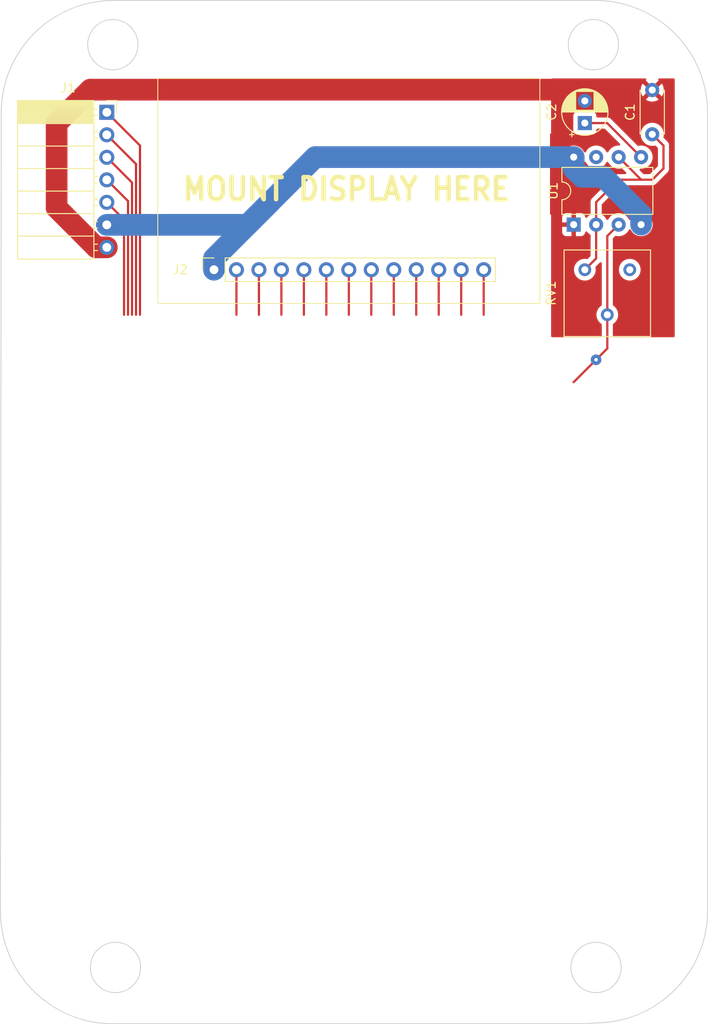
<source format=kicad_pcb>
(kicad_pcb (version 20221018) (generator pcbnew)
  (layers (0 "F.Cu" signal) (31 "B.Cu" signal) (34 "B.Paste" user) (35 "F.Paste" user) (36 "B.SilkS" user "B.Silkscreen") (37 "F.SilkS" user "F.Silkscreen") (38 "B.Mask" user) (39 "F.Mask" user) (44 "Edge.Cuts" user))
  (net 0 "")
  (net 1 "Net-(U1-THR)")
  (net 2 "GND")
  (net 3 "Net-(U1-CV)")
  (net 4 "DATA1")
  (net 5 "DATA2")
  (net 6 "DATA3")
  (net 7 "DATA4")
  (net 8 "CLOCK")
  (net 9 "+5V")
  (net 10 "D1")
  (net 11 "D2")
  (net 12 "D3")
  (net 13 "D4")
  (net 14 "A")
  (net 15 "B")
  (net 16 "C")
  (net 17 "D")
  (net 18 "E")
  (net 19 "F")
  (net 20 "G")
  (net 21 "H")
  (net 22 "CLK_INT")
  (footprint "Capacitor_THT:C_Disc_D4.7mm_W2.5mm_P5.00mm" (layer "F.Cu") (at 123.19 45.68 90)
    (fp_text reference "C1" (at 2.5 -2.5 90) (layer "F.SilkS"))
    (fp_text value "10n")
    (fp_line (start 0.03 -1.37) (end 0.03 -1.055) (stroke (width 0.12)) (layer "F.SilkS"))
    (fp_line (start 0.03 -1.37) (end 4.97 -1.37) (stroke (width 0.12)) (layer "F.SilkS"))
    (fp_line (start 0.03 1.055) (end 0.03 1.37) (stroke (width 0.12)) (layer "F.SilkS"))
    (fp_line (start 0.03 1.37) (end 4.97 1.37) (stroke (width 0.12)) (layer "F.SilkS"))
    (fp_line (start 4.97 -1.37) (end 4.97 -1.055) (stroke (width 0.12)) (layer "F.SilkS"))
    (fp_line (start 4.97 1.055) (end 4.97 1.37) (stroke (width 0.12)) (layer "F.SilkS"))
    (pad "1" thru_hole circle (at 0 0 90) (size 1.6 1.6) (drill 0.8) (layers "*.Cu" "*.Mask") (net 1 "Net-(U1-THR)"))
    (pad "2" thru_hole circle (at 5 0 90) (size 1.6 1.6) (drill 0.8) (layers "*.Cu" "*.Mask") (net 2 "GND"))
  )
  (footprint "Connector_PinSocket_2.54mm:PinSocket_1x13_P2.54mm_Vertical" (layer "F.Cu") (at 73.66 60.96 90)
    (fp_text reference "J2" (at 0 -3.81 180) (layer "F.SilkS"))
    (fp_text value "Conn_01x13_Socket" hide)
    (fp_line (start -1.33 1.27) (end -1.33 31.81) (stroke (width 0.12)) (layer "F.SilkS"))
    (fp_line (start -1.33 1.27) (end 1.33 1.27) (stroke (width 0.12)) (layer "F.SilkS"))
    (fp_line (start -1.33 31.81) (end 1.33 31.81) (stroke (width 0.12)) (layer "F.SilkS"))
    (fp_line (start 0 -1.33) (end 1.33 -1.33) (stroke (width 0.12)) (layer "F.SilkS"))
    (fp_line (start 1.33 -1.33) (end 1.33 0) (stroke (width 0.12)) (layer "F.SilkS"))
    (fp_line (start 1.33 1.27) (end 1.33 31.81) (stroke (width 0.12)) (layer "F.SilkS"))
    (pad "1" thru_hole rect (at 0 0 90) (size 1.7 1.7) (drill 1) (layers "*.Cu" "*.Mask") (net 9 "+5V"))
    (pad "2" thru_hole oval (at 0 2.54 90) (size 1.7 1.7) (drill 1) (layers "*.Cu" "*.Mask") (net 10 "D1"))
    (pad "3" thru_hole oval (at 0 5.08 90) (size 1.7 1.7) (drill 1) (layers "*.Cu" "*.Mask") (net 11 "D2"))
    (pad "4" thru_hole oval (at 0 7.62 90) (size 1.7 1.7) (drill 1) (layers "*.Cu" "*.Mask") (net 12 "D3"))
    (pad "5" thru_hole oval (at 0 10.16 90) (size 1.7 1.7) (drill 1) (layers "*.Cu" "*.Mask") (net 13 "D4"))
    (pad "6" thru_hole oval (at 0 12.7 90) (size 1.7 1.7) (drill 1) (layers "*.Cu" "*.Mask") (net 14 "A"))
    (pad "7" thru_hole oval (at 0 15.24 90) (size 1.7 1.7) (drill 1) (layers "*.Cu" "*.Mask") (net 15 "B"))
    (pad "8" thru_hole oval (at 0 17.78 90) (size 1.7 1.7) (drill 1) (layers "*.Cu" "*.Mask") (net 16 "C"))
    (pad "9" thru_hole oval (at 0 20.32 90) (size 1.7 1.7) (drill 1) (layers "*.Cu" "*.Mask") (net 17 "D"))
    (pad "10" thru_hole oval (at 0 22.86 90) (size 1.7 1.7) (drill 1) (layers "*.Cu" "*.Mask") (net 18 "E"))
    (pad "11" thru_hole oval (at 0 25.4 90) (size 1.7 1.7) (drill 1) (layers "*.Cu" "*.Mask") (net 19 "F"))
    (pad "12" thru_hole oval (at 0 27.94 90) (size 1.7 1.7) (drill 1) (layers "*.Cu" "*.Mask") (net 20 "G"))
    (pad "13" thru_hole oval (at 0 30.48 90) (size 1.7 1.7) (drill 1) (layers "*.Cu" "*.Mask") (net 21 "H"))
  )
  (footprint "Package_DIP:DIP-8_W7.62mm" (layer "F.Cu") (at 114.31 55.87 90)
    (fp_text reference "U1" (at 3.81 -2.33 90) (layer "F.SilkS"))
    (fp_text value "NE555P")
    (fp_line (start 1.16 -1.33) (end 1.16 8.95) (stroke (width 0.12)) (layer "F.SilkS"))
    (fp_line (start 1.16 8.95) (end 6.46 8.95) (stroke (width 0.12)) (layer "F.SilkS"))
    (fp_line (start 2.81 -1.33) (end 1.16 -1.33) (stroke (width 0.12)) (layer "F.SilkS"))
    (fp_line (start 6.46 -1.33) (end 4.81 -1.33) (stroke (width 0.12)) (layer "F.SilkS"))
    (fp_line (start 6.46 8.95) (end 6.46 -1.33) (stroke (width 0.12)) (layer "F.SilkS"))
    (fp_arc (start 4.81 -1.33) (mid 3.81 -0.33) (end 2.81 -1.33) (stroke (width 0.12)) (layer "F.SilkS"))
    (pad "1" thru_hole rect (at 0 0 90) (size 1.6 1.6) (drill 0.8) (layers "*.Cu" "*.Mask") (net 2 "GND"))
    (pad "2" thru_hole oval (at 0 2.54 90) (size 1.6 1.6) (drill 0.8) (layers "*.Cu" "*.Mask") (net 1 "Net-(U1-THR)"))
    (pad "3" thru_hole oval (at 0 5.08 90) (size 1.6 1.6) (drill 0.8) (layers "*.Cu" "*.Mask") (net 22 "CLK_INT"))
    (pad "4" thru_hole oval (at 0 7.62 90) (size 1.6 1.6) (drill 0.8) (layers "*.Cu" "*.Mask") (net 9 "+5V"))
    (pad "5" thru_hole oval (at 7.62 7.62 90) (size 1.6 1.6) (drill 0.8) (layers "*.Cu" "*.Mask") (net 3 "Net-(U1-CV)"))
    (pad "6" thru_hole oval (at 7.62 5.08 90) (size 1.6 1.6) (drill 0.8) (layers "*.Cu" "*.Mask") (net 1 "Net-(U1-THR)"))
    (pad "7" thru_hole oval (at 7.62 2.54 90) (size 1.6 1.6) (drill 0.8) (layers "*.Cu" "*.Mask"))
    (pad "8" thru_hole oval (at 7.62 0 90) (size 1.6 1.6) (drill 0.8) (layers "*.Cu" "*.Mask") (net 9 "+5V"))
  )
  (footprint "Potentiometer_THT:Potentiometer_Bourns_3386F_Vertical" (layer "F.Cu") (at 115.57 60.96 -90)
    (fp_text reference "RV1" (at 2.655 3.81 90) (layer "F.SilkS"))
    (fp_text value "100k")
    (fp_line (start -2.23 -7.425) (end -2.23 2.345) (stroke (width 0.12)) (layer "F.SilkS"))
    (fp_line (start -2.23 -7.425) (end 7.54 -7.425) (stroke (width 0.12)) (layer "F.SilkS"))
    (fp_line (start -2.23 2.345) (end 7.54 2.345) (stroke (width 0.12)) (layer "F.SilkS"))
    (fp_line (start 7.54 -7.425) (end 7.54 2.345) (stroke (width 0.12)) (layer "F.SilkS"))
    (pad "1" thru_hole circle (at 0 0 270) (size 1.44 1.44) (drill 0.8) (layers "*.Cu" "*.Mask") (net 1 "Net-(U1-THR)"))
    (pad "2" thru_hole circle (at 5.08 -2.54 270) (size 1.44 1.44) (drill 0.8) (layers "*.Cu" "*.Mask") (net 22 "CLK_INT"))
    (pad "3" thru_hole circle (at 0 -5.08 270) (size 1.44 1.44) (drill 0.8) (layers "*.Cu" "*.Mask"))
  )
  (footprint "Connector_PinSocket_2.54mm:PinSocket_1x07_P2.54mm_Horizontal" (layer "F.Cu") (at 61.55 43.195)
    (fp_text reference "J1" (at -4.38 -2.77) (layer "F.SilkS"))
    (fp_text value "Conn_01x07_Socket" hide)
    (fp_line (start -10.09 -1.33) (end -10.09 16.57) (stroke (width 0.12)) (layer "F.SilkS"))
    (fp_line (start -10.09 -1.33) (end -1.46 -1.33) (stroke (width 0.12)) (layer "F.SilkS"))
    (fp_line (start -10.09 -1.21) (end -1.46 -1.21) (stroke (width 0.12)) (layer "F.SilkS"))
    (fp_line (start -10.09 -1.091905) (end -1.46 -1.091905) (stroke (width 0.12)) (layer "F.SilkS"))
    (fp_line (start -10.09 -0.97381) (end -1.46 -0.97381) (stroke (width 0.12)) (layer "F.SilkS"))
    (fp_line (start -10.09 -0.855715) (end -1.46 -0.855715) (stroke (width 0.12)) (layer "F.SilkS"))
    (fp_line (start -10.09 -0.73762) (end -1.46 -0.73762) (stroke (width 0.12)) (layer "F.SilkS"))
    (fp_line (start -10.09 -0.619525) (end -1.46 -0.619525) (stroke (width 0.12)) (layer "F.SilkS"))
    (fp_line (start -10.09 -0.50143) (end -1.46 -0.50143) (stroke (width 0.12)) (layer "F.SilkS"))
    (fp_line (start -10.09 -0.383335) (end -1.46 -0.383335) (stroke (width 0.12)) (layer "F.SilkS"))
    (fp_line (start -10.09 -0.26524) (end -1.46 -0.26524) (stroke (width 0.12)) (layer "F.SilkS"))
    (fp_line (start -10.09 -0.147145) (end -1.46 -0.147145) (stroke (width 0.12)) (layer "F.SilkS"))
    (fp_line (start -10.09 -0.02905) (end -1.46 -0.02905) (stroke (width 0.12)) (layer "F.SilkS"))
    (fp_line (start -10.09 0.089045) (end -1.46 0.089045) (stroke (width 0.12)) (layer "F.SilkS"))
    (fp_line (start -10.09 0.20714) (end -1.46 0.20714) (stroke (width 0.12)) (layer "F.SilkS"))
    (fp_line (start -10.09 0.325235) (end -1.46 0.325235) (stroke (width 0.12)) (layer "F.SilkS"))
    (fp_line (start -10.09 0.44333) (end -1.46 0.44333) (stroke (width 0.12)) (layer "F.SilkS"))
    (fp_line (start -10.09 0.561425) (end -1.46 0.561425) (stroke (width 0.12)) (layer "F.SilkS"))
    (fp_line (start -10.09 0.67952) (end -1.46 0.67952) (stroke (width 0.12)) (layer "F.SilkS"))
    (fp_line (start -10.09 0.797615) (end -1.46 0.797615) (stroke (width 0.12)) (layer "F.SilkS"))
    (fp_line (start -10.09 0.91571) (end -1.46 0.91571) (stroke (width 0.12)) (layer "F.SilkS"))
    (fp_line (start -10.09 1.033805) (end -1.46 1.033805) (stroke (width 0.12)) (layer "F.SilkS"))
    (fp_line (start -10.09 1.1519) (end -1.46 1.1519) (stroke (width 0.12)) (layer "F.SilkS"))
    (fp_line (start -10.09 1.27) (end -1.46 1.27) (stroke (width 0.12)) (layer "F.SilkS"))
    (fp_line (start -10.09 3.81) (end -1.46 3.81) (stroke (width 0.12)) (layer "F.SilkS"))
    (fp_line (start -10.09 6.35) (end -1.46 6.35) (stroke (width 0.12)) (layer "F.SilkS"))
    (fp_line (start -10.09 8.89) (end -1.46 8.89) (stroke (width 0.12)) (layer "F.SilkS"))
    (fp_line (start -10.09 11.43) (end -1.46 11.43) (stroke (width 0.12)) (layer "F.SilkS"))
    (fp_line (start -10.09 13.97) (end -1.46 13.97) (stroke (width 0.12)) (layer "F.SilkS"))
    (fp_line (start -10.09 16.57) (end -1.46 16.57) (stroke (width 0.12)) (layer "F.SilkS"))
    (fp_line (start -1.46 -1.33) (end -1.46 16.57) (stroke (width 0.12)) (layer "F.SilkS"))
    (fp_line (start -1.46 -0.36) (end -1.11 -0.36) (stroke (width 0.12)) (layer "F.SilkS"))
    (fp_line (start -1.46 0.36) (end -1.11 0.36) (stroke (width 0.12)) (layer "F.SilkS"))
    (fp_line (start -1.46 2.18) (end -1.05 2.18) (stroke (width 0.12)) (layer "F.SilkS"))
    (fp_line (start -1.46 2.9) (end -1.05 2.9) (stroke (width 0.12)) (layer "F.SilkS"))
    (fp_line (start -1.46 4.72) (end -1.05 4.72) (stroke (width 0.12)) (layer "F.SilkS"))
    (fp_line (start -1.46 5.44) (end -1.05 5.44) (stroke (width 0.12)) (layer "F.SilkS"))
    (fp_line (start -1.46 7.26) (end -1.05 7.26) (stroke (width 0.12)) (layer "F.SilkS"))
    (fp_line (start -1.46 7.98) (end -1.05 7.98) (stroke (width 0.12)) (layer "F.SilkS"))
    (fp_line (start -1.46 9.8) (end -1.05 9.8) (stroke (width 0.12)) (layer "F.SilkS"))
    (fp_line (start -1.46 10.52) (end -1.05 10.52) (stroke (width 0.12)) (layer "F.SilkS"))
    (fp_line (start -1.46 12.34) (end -1.05 12.34) (stroke (width 0.12)) (layer "F.SilkS"))
    (fp_line (start -1.46 13.06) (end -1.05 13.06) (stroke (width 0.12)) (layer "F.SilkS"))
    (fp_line (start -1.46 14.88) (end -1.05 14.88) (stroke (width 0.12)) (layer "F.SilkS"))
    (fp_line (start -1.46 15.6) (end -1.05 15.6) (stroke (width 0.12)) (layer "F.SilkS"))
    (fp_line (start 0 -1.33) (end 1.11 -1.33) (stroke (width 0.12)) (layer "F.SilkS"))
    (fp_line (start 1.11 -1.33) (end 1.11 0) (stroke (width 0.12)) (layer "F.SilkS"))
    (pad "1" thru_hole rect (at 0 0) (size 1.7 1.7) (drill 1) (layers "*.Cu" "*.Mask") (net 4 "DATA1"))
    (pad "2" thru_hole oval (at 0 2.54) (size 1.7 1.7) (drill 1) (layers "*.Cu" "*.Mask") (net 5 "DATA2"))
    (pad "3" thru_hole oval (at 0 5.08) (size 1.7 1.7) (drill 1) (layers "*.Cu" "*.Mask") (net 6 "DATA3"))
    (pad "4" thru_hole oval (at 0 7.62) (size 1.7 1.7) (drill 1) (layers "*.Cu" "*.Mask") (net 7 "DATA4"))
    (pad "5" thru_hole oval (at 0 10.16) (size 1.7 1.7) (drill 1) (layers "*.Cu" "*.Mask") (net 8 "CLOCK"))
    (pad "6" thru_hole oval (at 0 12.7) (size 1.7 1.7) (drill 1) (layers "*.Cu" "*.Mask") (net 9 "+5V"))
    (pad "7" thru_hole oval (at 0 15.24) (size 1.7 1.7) (drill 1) (layers "*.Cu" "*.Mask") (net 2 "GND"))
  )
  (footprint "Capacitor_THT:CP_Radial_D5.0mm_P2.50mm" (layer "F.Cu") (at 115.57 44.41 90)
    (fp_text reference "C2" (at 1.25 -3.75 90) (layer "F.SilkS"))
    (fp_text value "1u")
    (fp_line (start -1.554775 -1.475) (end -1.054775 -1.475) (stroke (width 0.12)) (layer "F.SilkS"))
    (fp_line (start -1.304775 -1.725) (end -1.304775 -1.225) (stroke (width 0.12)) (layer "F.SilkS"))
    (fp_line (start 1.25 -2.58) (end 1.25 2.58) (stroke (width 0.12)) (layer "F.SilkS"))
    (fp_line (start 1.29 -2.58) (end 1.29 2.58) (stroke (width 0.12)) (layer "F.SilkS"))
    (fp_line (start 1.33 -2.579) (end 1.33 2.579) (stroke (width 0.12)) (layer "F.SilkS"))
    (fp_line (start 1.37 -2.578) (end 1.37 2.578) (stroke (width 0.12)) (layer "F.SilkS"))
    (fp_line (start 1.41 -2.576) (end 1.41 2.576) (stroke (width 0.12)) (layer "F.SilkS"))
    (fp_line (start 1.45 -2.573) (end 1.45 2.573) (stroke (width 0.12)) (layer "F.SilkS"))
    (fp_line (start 1.49 -2.569) (end 1.49 -1.04) (stroke (width 0.12)) (layer "F.SilkS"))
    (fp_line (start 1.49 1.04) (end 1.49 2.569) (stroke (width 0.12)) (layer "F.SilkS"))
    (fp_line (start 1.53 -2.565) (end 1.53 -1.04) (stroke (width 0.12)) (layer "F.SilkS"))
    (fp_line (start 1.53 1.04) (end 1.53 2.565) (stroke (width 0.12)) (layer "F.SilkS"))
    (fp_line (start 1.57 -2.561) (end 1.57 -1.04) (stroke (width 0.12)) (layer "F.SilkS"))
    (fp_line (start 1.57 1.04) (end 1.57 2.561) (stroke (width 0.12)) (layer "F.SilkS"))
    (fp_line (start 1.61 -2.556) (end 1.61 -1.04) (stroke (width 0.12)) (layer "F.SilkS"))
    (fp_line (start 1.61 1.04) (end 1.61 2.556) (stroke (width 0.12)) (layer "F.SilkS"))
    (fp_line (start 1.65 -2.55) (end 1.65 -1.04) (stroke (width 0.12)) (layer "F.SilkS"))
    (fp_line (start 1.65 1.04) (end 1.65 2.55) (stroke (width 0.12)) (layer "F.SilkS"))
    (fp_line (start 1.69 -2.543) (end 1.69 -1.04) (stroke (width 0.12)) (layer "F.SilkS"))
    (fp_line (start 1.69 1.04) (end 1.69 2.543) (stroke (width 0.12)) (layer "F.SilkS"))
    (fp_line (start 1.73 -2.536) (end 1.73 -1.04) (stroke (width 0.12)) (layer "F.SilkS"))
    (fp_line (start 1.73 1.04) (end 1.73 2.536) (stroke (width 0.12)) (layer "F.SilkS"))
    (fp_line (start 1.77 -2.528) (end 1.77 -1.04) (stroke (width 0.12)) (layer "F.SilkS"))
    (fp_line (start 1.77 1.04) (end 1.77 2.528) (stroke (width 0.12)) (layer "F.SilkS"))
    (fp_line (start 1.81 -2.52) (end 1.81 -1.04) (stroke (width 0.12)) (layer "F.SilkS"))
    (fp_line (start 1.81 1.04) (end 1.81 2.52) (stroke (width 0.12)) (layer "F.SilkS"))
    (fp_line (start 1.85 -2.511) (end 1.85 -1.04) (stroke (width 0.12)) (layer "F.SilkS"))
    (fp_line (start 1.85 1.04) (end 1.85 2.511) (stroke (width 0.12)) (layer "F.SilkS"))
    (fp_line (start 1.89 -2.501) (end 1.89 -1.04) (stroke (width 0.12)) (layer "F.SilkS"))
    (fp_line (start 1.89 1.04) (end 1.89 2.501) (stroke (width 0.12)) (layer "F.SilkS"))
    (fp_line (start 1.93 -2.491) (end 1.93 -1.04) (stroke (width 0.12)) (layer "F.SilkS"))
    (fp_line (start 1.93 1.04) (end 1.93 2.491) (stroke (width 0.12)) (layer "F.SilkS"))
    (fp_line (start 1.971 -2.48) (end 1.971 -1.04) (stroke (width 0.12)) (layer "F.SilkS"))
    (fp_line (start 1.971 1.04) (end 1.971 2.48) (stroke (width 0.12)) (layer "F.SilkS"))
    (fp_line (start 2.011 -2.468) (end 2.011 -1.04) (stroke (width 0.12)) (layer "F.SilkS"))
    (fp_line (start 2.011 1.04) (end 2.011 2.468) (stroke (width 0.12)) (layer "F.SilkS"))
    (fp_line (start 2.051 -2.455) (end 2.051 -1.04) (stroke (width 0.12)) (layer "F.SilkS"))
    (fp_line (start 2.051 1.04) (end 2.051 2.455) (stroke (width 0.12)) (layer "F.SilkS"))
    (fp_line (start 2.091 -2.442) (end 2.091 -1.04) (stroke (width 0.12)) (layer "F.SilkS"))
    (fp_line (start 2.091 1.04) (end 2.091 2.442) (stroke (width 0.12)) (layer "F.SilkS"))
    (fp_line (start 2.131 -2.428) (end 2.131 -1.04) (stroke (width 0.12)) (layer "F.SilkS"))
    (fp_line (start 2.131 1.04) (end 2.131 2.428) (stroke (width 0.12)) (layer "F.SilkS"))
    (fp_line (start 2.171 -2.414) (end 2.171 -1.04) (stroke (width 0.12)) (layer "F.SilkS"))
    (fp_line (start 2.171 1.04) (end 2.171 2.414) (stroke (width 0.12)) (layer "F.SilkS"))
    (fp_line (start 2.211 -2.398) (end 2.211 -1.04) (stroke (width 0.12)) (layer "F.SilkS"))
    (fp_line (start 2.211 1.04) (end 2.211 2.398) (stroke (width 0.12)) (layer "F.SilkS"))
    (fp_line (start 2.251 -2.382) (end 2.251 -1.04) (stroke (width 0.12)) (layer "F.SilkS"))
    (fp_line (start 2.251 1.04) (end 2.251 2.382) (stroke (width 0.12)) (layer "F.SilkS"))
    (fp_line (start 2.291 -2.365) (end 2.291 -1.04) (stroke (width 0.12)) (layer "F.SilkS"))
    (fp_line (start 2.291 1.04) (end 2.291 2.365) (stroke (width 0.12)) (layer "F.SilkS"))
    (fp_line (start 2.331 -2.348) (end 2.331 -1.04) (stroke (width 0.12)) (layer "F.SilkS"))
    (fp_line (start 2.331 1.04) (end 2.331 2.348) (stroke (width 0.12)) (layer "F.SilkS"))
    (fp_line (start 2.371 -2.329) (end 2.371 -1.04) (stroke (width 0.12)) (layer "F.SilkS"))
    (fp_line (start 2.371 1.04) (end 2.371 2.329) (stroke (width 0.12)) (layer "F.SilkS"))
    (fp_line (start 2.411 -2.31) (end 2.411 -1.04) (stroke (width 0.12)) (layer "F.SilkS"))
    (fp_line (start 2.411 1.04) (end 2.411 2.31) (stroke (width 0.12)) (layer "F.SilkS"))
    (fp_line (start 2.451 -2.29) (end 2.451 -1.04) (stroke (width 0.12)) (layer "F.SilkS"))
    (fp_line (start 2.451 1.04) (end 2.451 2.29) (stroke (width 0.12)) (layer "F.SilkS"))
    (fp_line (start 2.491 -2.268) (end 2.491 -1.04) (stroke (width 0.12)) (layer "F.SilkS"))
    (fp_line (start 2.491 1.04) (end 2.491 2.268) (stroke (width 0.12)) (layer "F.SilkS"))
    (fp_line (start 2.531 -2.247) (end 2.531 -1.04) (stroke (width 0.12)) (layer "F.SilkS"))
    (fp_line (start 2.531 1.04) (end 2.531 2.247) (stroke (width 0.12)) (layer "F.SilkS"))
    (fp_line (start 2.571 -2.224) (end 2.571 -1.04) (stroke (width 0.12)) (layer "F.SilkS"))
    (fp_line (start 2.571 1.04) (end 2.571 2.224) (stroke (width 0.12)) (layer "F.SilkS"))
    (fp_line (start 2.611 -2.2) (end 2.611 -1.04) (stroke (width 0.12)) (layer "F.SilkS"))
    (fp_line (start 2.611 1.04) (end 2.611 2.2) (stroke (width 0.12)) (layer "F.SilkS"))
    (fp_line (start 2.651 -2.175) (end 2.651 -1.04) (stroke (width 0.12)) (layer "F.SilkS"))
    (fp_line (start 2.651 1.04) (end 2.651 2.175) (stroke (width 0.12)) (layer "F.SilkS"))
    (fp_line (start 2.691 -2.149) (end 2.691 -1.04) (stroke (width 0.12)) (layer "F.SilkS"))
    (fp_line (start 2.691 1.04) (end 2.691 2.149) (stroke (width 0.12)) (layer "F.SilkS"))
    (fp_line (start 2.731 -2.122) (end 2.731 -1.04) (stroke (width 0.12)) (layer "F.SilkS"))
    (fp_line (start 2.731 1.04) (end 2.731 2.122) (stroke (width 0.12)) (layer "F.SilkS"))
    (fp_line (start 2.771 -2.095) (end 2.771 -1.04) (stroke (width 0.12)) (layer "F.SilkS"))
    (fp_line (start 2.771 1.04) (end 2.771 2.095) (stroke (width 0.12)) (layer "F.SilkS"))
    (fp_line (start 2.811 -2.065) (end 2.811 -1.04) (stroke (width 0.12)) (layer "F.SilkS"))
    (fp_line (start 2.811 1.04) (end 2.811 2.065) (stroke (width 0.12)) (layer "F.SilkS"))
    (fp_line (start 2.851 -2.035) (end 2.851 -1.04) (stroke (width 0.12)) (layer "F.SilkS"))
    (fp_line (start 2.851 1.04) (end 2.851 2.035) (stroke (width 0.12)) (layer "F.SilkS"))
    (fp_line (start 2.891 -2.004) (end 2.891 -1.04) (stroke (width 0.12)) (layer "F.SilkS"))
    (fp_line (start 2.891 1.04) (end 2.891 2.004) (stroke (width 0.12)) (layer "F.SilkS"))
    (fp_line (start 2.931 -1.971) (end 2.931 -1.04) (stroke (width 0.12)) (layer "F.SilkS"))
    (fp_line (start 2.931 1.04) (end 2.931 1.971) (stroke (width 0.12)) (layer "F.SilkS"))
    (fp_line (start 2.971 -1.937) (end 2.971 -1.04) (stroke (width 0.12)) (layer "F.SilkS"))
    (fp_line (start 2.971 1.04) (end 2.971 1.937) (stroke (width 0.12)) (layer "F.SilkS"))
    (fp_line (start 3.011 -1.901) (end 3.011 -1.04) (stroke (width 0.12)) (layer "F.SilkS"))
    (fp_line (start 3.011 1.04) (end 3.011 1.901) (stroke (width 0.12)) (layer "F.SilkS"))
    (fp_line (start 3.051 -1.864) (end 3.051 -1.04) (stroke (width 0.12)) (layer "F.SilkS"))
    (fp_line (start 3.051 1.04) (end 3.051 1.864) (stroke (width 0.12)) (layer "F.SilkS"))
    (fp_line (start 3.091 -1.826) (end 3.091 -1.04) (stroke (width 0.12)) (layer "F.SilkS"))
    (fp_line (start 3.091 1.04) (end 3.091 1.826) (stroke (width 0.12)) (layer "F.SilkS"))
    (fp_line (start 3.131 -1.785) (end 3.131 -1.04) (stroke (width 0.12)) (layer "F.SilkS"))
    (fp_line (start 3.131 1.04) (end 3.131 1.785) (stroke (width 0.12)) (layer "F.SilkS"))
    (fp_line (start 3.171 -1.743) (end 3.171 -1.04) (stroke (width 0.12)) (layer "F.SilkS"))
    (fp_line (start 3.171 1.04) (end 3.171 1.743) (stroke (width 0.12)) (layer "F.SilkS"))
    (fp_line (start 3.211 -1.699) (end 3.211 -1.04) (stroke (width 0.12)) (layer "F.SilkS"))
    (fp_line (start 3.211 1.04) (end 3.211 1.699) (stroke (width 0.12)) (layer "F.SilkS"))
    (fp_line (start 3.251 -1.653) (end 3.251 -1.04) (stroke (width 0.12)) (layer "F.SilkS"))
    (fp_line (start 3.251 1.04) (end 3.251 1.653) (stroke (width 0.12)) (layer "F.SilkS"))
    (fp_line (start 3.291 -1.605) (end 3.291 -1.04) (stroke (width 0.12)) (layer "F.SilkS"))
    (fp_line (start 3.291 1.04) (end 3.291 1.605) (stroke (width 0.12)) (layer "F.SilkS"))
    (fp_line (start 3.331 -1.554) (end 3.331 -1.04) (stroke (width 0.12)) (layer "F.SilkS"))
    (fp_line (start 3.331 1.04) (end 3.331 1.554) (stroke (width 0.12)) (layer "F.SilkS"))
    (fp_line (start 3.371 -1.5) (end 3.371 -1.04) (stroke (width 0.12)) (layer "F.SilkS"))
    (fp_line (start 3.371 1.04) (end 3.371 1.5) (stroke (width 0.12)) (layer "F.SilkS"))
    (fp_line (start 3.411 -1.443) (end 3.411 -1.04) (stroke (width 0.12)) (layer "F.SilkS"))
    (fp_line (start 3.411 1.04) (end 3.411 1.443) (stroke (width 0.12)) (layer "F.SilkS"))
    (fp_line (start 3.451 -1.383) (end 3.451 -1.04) (stroke (width 0.12)) (layer "F.SilkS"))
    (fp_line (start 3.451 1.04) (end 3.451 1.383) (stroke (width 0.12)) (layer "F.SilkS"))
    (fp_line (start 3.491 -1.319) (end 3.491 -1.04) (stroke (width 0.12)) (layer "F.SilkS"))
    (fp_line (start 3.491 1.04) (end 3.491 1.319) (stroke (width 0.12)) (layer "F.SilkS"))
    (fp_line (start 3.531 -1.251) (end 3.531 -1.04) (stroke (width 0.12)) (layer "F.SilkS"))
    (fp_line (start 3.531 1.04) (end 3.531 1.251) (stroke (width 0.12)) (layer "F.SilkS"))
    (fp_line (start 3.571 -1.178) (end 3.571 1.178) (stroke (width 0.12)) (layer "F.SilkS"))
    (fp_line (start 3.611 -1.098) (end 3.611 1.098) (stroke (width 0.12)) (layer "F.SilkS"))
    (fp_line (start 3.651 -1.011) (end 3.651 1.011) (stroke (width 0.12)) (layer "F.SilkS"))
    (fp_line (start 3.691 -0.915) (end 3.691 0.915) (stroke (width 0.12)) (layer "F.SilkS"))
    (fp_line (start 3.731 -0.805) (end 3.731 0.805) (stroke (width 0.12)) (layer "F.SilkS"))
    (fp_line (start 3.771 -0.677) (end 3.771 0.677) (stroke (width 0.12)) (layer "F.SilkS"))
    (fp_line (start 3.811 -0.518) (end 3.811 0.518) (stroke (width 0.12)) (layer "F.SilkS"))
    (fp_line (start 3.851 -0.284) (end 3.851 0.284) (stroke (width 0.12)) (layer "F.SilkS"))
    (fp_circle (center 1.25 0) (end 3.87 0) (stroke (width 0.12)) (fill none) (layer "F.SilkS"))
    (pad "1" thru_hole rect (at 0 0 90) (size 1.6 1.6) (drill 0.8) (layers "*.Cu" "*.Mask") (net 3 "Net-(U1-CV)"))
    (pad "2" thru_hole circle (at 2.5 0 90) (size 1.6 1.6) (drill 0.8) (layers "*.Cu" "*.Mask") (net 2 "GND"))
  )
  (gr_rect (start 67.31 39.37) (end 110.49 64.77) (stroke (width 0.1)) (fill none) (layer "F.SilkS"))
  (gr_line (start 116.749744 30.570256) (end 62.320256 30.570256) (stroke (width 0.1)) (layer "Edge.Cuts"))
  (gr_circle (center 116.84 139.7) (end 119.38 140.97) (stroke (width 0.1)) (fill none) (layer "Edge.Cuts"))
  (gr_circle (center 62.23 35.56) (end 64.77 36.83) (stroke (width 0.1)) (fill none) (layer "Edge.Cuts"))
  (gr_arc (start 116.749744 30.570256) (mid 125.73 34.29) (end 129.449744 43.270256) (stroke (width 0.1)) (layer "Edge.Cuts"))
  (gr_arc (start 62.23 146.05) (mid 53.249744 142.330256) (end 49.53 133.35) (stroke (width 0.1)) (layer "Edge.Cuts"))
  (gr_circle (center 116.540194 35.56) (end 119.080194 36.83) (stroke (width 0.1)) (fill none) (layer "Edge.Cuts"))
  (gr_line (start 49.620256 43.270256) (end 49.53 133.35) (stroke (width 0.1)) (layer "Edge.Cuts"))
  (gr_arc (start 129.449744 133.259744) (mid 125.73 142.24) (end 116.749744 145.959744) (stroke (width 0.1)) (layer "Edge.Cuts"))
  (gr_line (start 129.449744 43.270256) (end 129.449744 133.259744) (stroke (width 0.1)) (layer "Edge.Cuts"))
  (gr_circle (center 62.529806 139.7) (end 65.069806 140.97) (stroke (width 0.1)) (fill none) (layer "Edge.Cuts"))
  (gr_line (start 62.23 146.05) (end 115.57 146.05) (stroke (width 0.1)) (layer "Edge.Cuts"))
  (gr_line (start 115.57 146.05) (end 116.749744 145.959744) (stroke (width 0.1)) (layer "Edge.Cuts"))
  (gr_arc (start 49.620256 43.270256) (mid 53.34 34.29) (end 62.320256 30.570256) (stroke (width 0.1)) (layer "Edge.Cuts"))
  (gr_text "MOUNT DISPLAY HERE" (at 69.85 53.34) (layer "F.SilkS") (effects (font (size 2.5 2.25) (thickness 0.5) bold) (justify left bottom)))
  (segment (start 124.46 46.95) (end 124.46 49.53) (width 0.25) (layer "F.Cu") (net 1))
  (segment (start 116.85 59.68) (end 115.57 60.96) (width 0.25) (layer "F.Cu") (net 1))
  (segment (start 116.85 55.87) (end 116.85 59.68) (width 0.25) (layer "F.Cu") (net 1))
  (segment (start 124.46 49.53) (end 123.19 50.8) (width 0.25) (layer "F.Cu") (net 1))
  (segment (start 119.38 50.8) (end 116.85 53.33) (width 0.25) (layer "F.Cu") (net 1))
  (segment (start 123.19 50.8) (end 121.92 50.8) (width 0.25) (layer "F.Cu") (net 1))
  (segment (start 119.39 48.25) (end 121.92 50.78) (width 0.25) (layer "F.Cu") (net 1))
  (segment (start 121.92 50.78) (end 121.92 50.8) (width 0.25) (layer "F.Cu") (net 1))
  (segment (start 123.19 45.68) (end 124.46 46.95) (width 0.25) (layer "F.Cu") (net 1))
  (segment (start 116.85 53.33) (end 116.85 55.87) (width 0.25) (layer "F.Cu") (net 1))
  (segment (start 121.92 50.8) (end 119.38 50.8) (width 0.25) (layer "F.Cu") (net 1))
  (segment (start 59.69 40.64) (end 114.3 40.64) (width 2.45) (layer "F.Cu") (net 2))
  (segment (start 113.02 55.87) (end 111.76 54.61) (width 0.25) (layer "F.Cu") (net 2))
  (segment (start 111.76 54.61) (end 111.76 45.72) (width 0.25) (layer "F.Cu") (net 2))
  (segment (start 114.31 55.87) (end 113.02 55.87) (width 0.25) (layer "F.Cu") (net 2))
  (segment (start 55.88 53.967081) (end 55.88 44.45) (width 2.45) (layer "F.Cu") (net 2))
  (segment (start 121.96 41.91) (end 123.19 40.68) (width 0.25) (layer "F.Cu") (net 2))
  (segment (start 114.3 40.64) (end 115.57 41.91) (width 2.45) (layer "F.Cu") (net 2))
  (segment (start 111.76 45.72) (end 115.57 41.91) (width 0.25) (layer "F.Cu") (net 2))
  (segment (start 61.55 58.435) (end 60.347919 58.435) (width 2.45) (layer "F.Cu") (net 2))
  (segment (start 60.347919 58.435) (end 55.88 53.967081) (width 2.45) (layer "F.Cu") (net 2))
  (segment (start 115.57 41.91) (end 121.96 41.91) (width 0.25) (layer "F.Cu") (net 2))
  (segment (start 55.88 44.45) (end 59.69 40.64) (width 2.45) (layer "F.Cu") (net 2))
  (segment (start 118.09 44.41) (end 115.57 44.41) (width 0.25) (layer "F.Cu") (net 3))
  (segment (start 121.93 48.25) (end 118.09 44.41) (width 0.25) (layer "F.Cu") (net 3))
  (segment (start 61.55 43.195) (end 65.3 46.945) (width 0.25) (layer "F.Cu") (net 4))
  (segment (start 65.3 46.945) (end 65.3 66.04) (width 0.25) (layer "F.Cu") (net 4))
  (segment (start 64.85 49.035) (end 64.85 66.04) (width 0.25) (layer "F.Cu") (net 5))
  (segment (start 64.85 49.035) (end 61.55 45.735) (width 0.25) (layer "F.Cu") (net 5))
  (segment (start 64.4 66.04) (end 64.4 51.125) (width 0.25) (layer "F.Cu") (net 6))
  (segment (start 64.4 51.125) (end 61.55 48.275) (width 0.25) (layer "F.Cu") (net 6))
  (segment (start 61.55 50.815) (end 63.95 53.215) (width 0.25) (layer "F.Cu") (net 7))
  (segment (start 63.95 53.215) (end 63.95 66.04) (width 0.25) (layer "F.Cu") (net 7))
  (segment (start 61.55 53.355) (end 63.5 55.305) (width 0.25) (layer "F.Cu") (net 8))
  (segment (start 63.5 55.305) (end 63.5 66.04) (width 0.25) (layer "F.Cu") (net 8))
  (segment (start 115.245 50.475) (end 114.31 49.54) (width 2.45) (layer "B.Cu") (net 9))
  (segment (start 85.1 48.25) (end 80.01 53.34) (width 2.45) (layer "B.Cu") (net 9))
  (segment (start 121.93 54.73863) (end 117.66637 50.475) (width 2.45) (layer "B.Cu") (net 9))
  (segment (start 114.31 49.54) (end 114.31 48.25) (width 2.45) (layer "B.Cu") (net 9))
  (segment (start 117.66637 50.475) (end 115.245 50.475) (width 2.45) (layer "B.Cu") (net 9))
  (segment (start 80.01 53.34) (end 73.66 59.69) (width 2.45) (layer "B.Cu") (net 9))
  (segment (start 77.455 55.895) (end 80.01 53.34) (width 2.45) (layer "B.Cu") (net 9))
  (segment (start 73.66 59.69) (end 73.66 60.96) (width 2.45) (layer "B.Cu") (net 9))
  (segment (start 114.31 48.25) (end 85.1 48.25) (width 2.45) (layer "B.Cu") (net 9))
  (segment (start 121.93 55.87) (end 121.93 54.73863) (width 2.45) (layer "B.Cu") (net 9))
  (segment (start 61.55 55.895) (end 77.455 55.895) (width 2.45) (layer "B.Cu") (net 9))
  (segment (start 76.2 60.96) (end 76.2 66.04) (width 0.25) (layer "F.Cu") (net 10))
  (segment (start 78.74 60.96) (end 78.74 66.04) (width 0.25) (layer "F.Cu") (net 11))
  (segment (start 81.28 60.96) (end 81.28 66.04) (width 0.25) (layer "F.Cu") (net 12))
  (segment (start 83.82 60.96) (end 83.82 66.04) (width 0.25) (layer "F.Cu") (net 13))
  (segment (start 86.36 60.96) (end 86.36 66.04) (width 0.25) (layer "F.Cu") (net 14))
  (segment (start 88.9 60.96) (end 88.9 66.04) (width 0.25) (layer "F.Cu") (net 15))
  (segment (start 91.44 60.96) (end 91.44 66.04) (width 0.25) (layer "F.Cu") (net 16))
  (segment (start 93.98 60.96) (end 93.98 66.04) (width 0.25) (layer "F.Cu") (net 17))
  (segment (start 96.52 60.96) (end 96.52 66.04) (width 0.25) (layer "F.Cu") (net 18))
  (segment (start 99.06 60.96) (end 99.06 66.04) (width 0.25) (layer "F.Cu") (net 19))
  (segment (start 101.6 60.96) (end 101.6 66.04) (width 0.25) (layer "F.Cu") (net 20))
  (segment (start 104.14 60.96) (end 104.14 66.04) (width 0.25) (layer "F.Cu") (net 21))
  (segment (start 118.11 69.85) (end 116.84 71.12) (width 0.25) (layer "F.Cu") (net 22))
  (segment (start 118.11 57.15) (end 118.11 66.04) (width 0.25) (layer "F.Cu") (net 22))
  (segment (start 118.11 66.04) (end 118.11 69.85) (width 0.25) (layer "F.Cu") (net 22))
  (segment (start 119.39 55.87) (end 118.11 57.15) (width 0.25) (layer "F.Cu") (net 22))
  (segment (start 116.84 71.12) (end 114.3 73.66) (width 0.25) (layer "F.Cu") (net 22))
  (via (at 116.84 71.12) (size 1.2) (drill 0.4) (layers "F.Cu" "B.Cu") (net 22))
  (zone (net 2) (net_name "GND") (layer "F.Cu") (connect_pads (clearance 0.5)) (min_thickness 0.25) (fill yes (thermal_gap 0.5) (thermal_bridge_width 0.5))
    (polygon (pts (xy 111.76 39.37) (xy 111.76 68.58) (xy 125.73 68.58) (xy 125.73 39.37)))
  )
)
</source>
